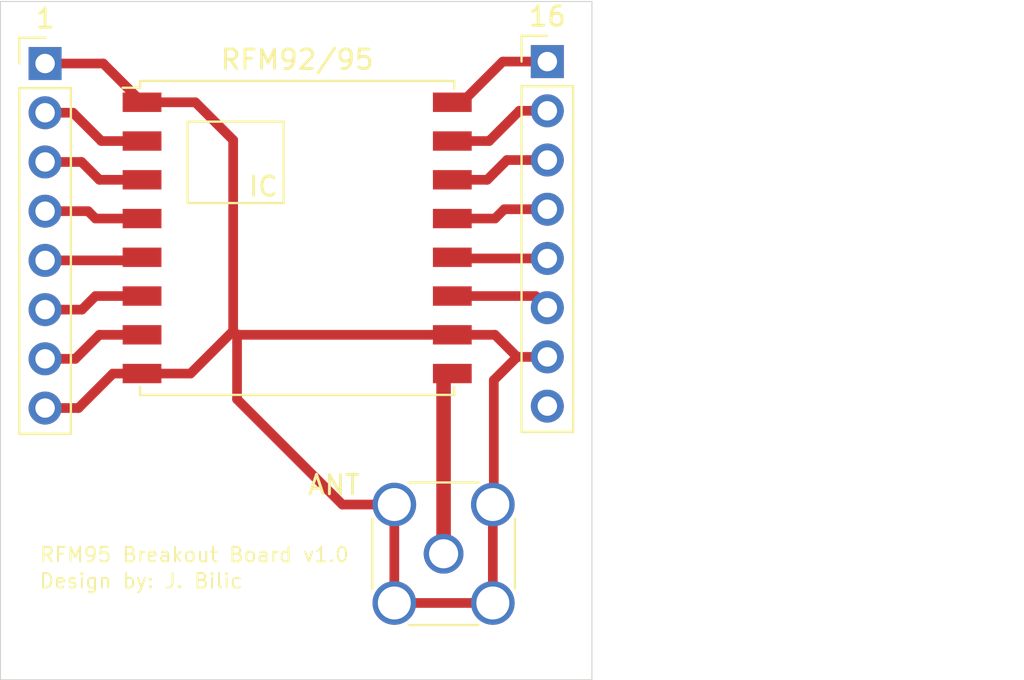
<source format=kicad_pcb>
(kicad_pcb (version 20171130) (host pcbnew "(5.1.6)-1")

  (general
    (thickness 1.6)
    (drawings 15)
    (tracks 62)
    (zones 0)
    (modules 4)
    (nets 1)
  )

  (page A4)
  (layers
    (0 F.Cu signal)
    (31 B.Cu signal)
    (32 B.Adhes user)
    (33 F.Adhes user)
    (34 B.Paste user)
    (35 F.Paste user)
    (36 B.SilkS user)
    (37 F.SilkS user)
    (38 B.Mask user)
    (39 F.Mask user)
    (40 Dwgs.User user)
    (41 Cmts.User user)
    (42 Eco1.User user)
    (43 Eco2.User user)
    (44 Edge.Cuts user)
    (45 Margin user)
    (46 B.CrtYd user)
    (47 F.CrtYd user)
    (48 B.Fab user)
    (49 F.Fab user)
  )

  (setup
    (last_trace_width 0.5)
    (user_trace_width 0.5)
    (trace_clearance 0.2)
    (zone_clearance 0.508)
    (zone_45_only no)
    (trace_min 0.2)
    (via_size 0.8)
    (via_drill 0.4)
    (via_min_size 0.4)
    (via_min_drill 0.3)
    (uvia_size 0.3)
    (uvia_drill 0.1)
    (uvias_allowed no)
    (uvia_min_size 0.2)
    (uvia_min_drill 0.1)
    (edge_width 0.05)
    (segment_width 0.2)
    (pcb_text_width 0.3)
    (pcb_text_size 1.5 1.5)
    (mod_edge_width 0.12)
    (mod_text_size 1 1)
    (mod_text_width 0.15)
    (pad_size 1.524 1.524)
    (pad_drill 0.762)
    (pad_to_mask_clearance 0.05)
    (aux_axis_origin 0 0)
    (visible_elements 7FFFFFFF)
    (pcbplotparams
      (layerselection 0x010fc_ffffffff)
      (usegerberextensions false)
      (usegerberattributes true)
      (usegerberadvancedattributes true)
      (creategerberjobfile true)
      (excludeedgelayer true)
      (linewidth 0.100000)
      (plotframeref false)
      (viasonmask false)
      (mode 1)
      (useauxorigin false)
      (hpglpennumber 1)
      (hpglpenspeed 20)
      (hpglpendiameter 15.000000)
      (psnegative false)
      (psa4output false)
      (plotreference true)
      (plotvalue true)
      (plotinvisibletext false)
      (padsonsilk false)
      (subtractmaskfromsilk false)
      (outputformat 1)
      (mirror false)
      (drillshape 0)
      (scaleselection 1)
      (outputdirectory ""))
  )

  (net 0 "")

  (net_class Default "This is the default net class."
    (clearance 0.2)
    (trace_width 0.25)
    (via_dia 0.8)
    (via_drill 0.4)
    (uvia_dia 0.3)
    (uvia_drill 0.1)
  )

  (module Connector_Coaxial:SMA_Amphenol_132134_Vertical (layer F.Cu) (tedit 5B2F4DB6) (tstamp 5F8333B0)
    (at 152.65 87)
    (descr https://www.amphenolrf.com/downloads/dl/file/id/2187/product/2843/132134_customer_drawing.pdf)
    (tags "SMA THT Female Jack Vertical ExtendedLegs")
    (fp_text reference ANT (at -5.65 -3.55) (layer F.SilkS)
      (effects (font (size 1 1) (thickness 0.15)))
    )
    (fp_text value ANT (at -5.65 -3.5) (layer F.Fab) hide
      (effects (font (size 1 1) (thickness 0.15)))
    )
    (fp_line (start -1.8 -3.68) (end 1.8 -3.68) (layer F.SilkS) (width 0.12))
    (fp_line (start -1.8 3.68) (end 1.8 3.68) (layer F.SilkS) (width 0.12))
    (fp_line (start 3.68 -1.8) (end 3.68 1.8) (layer F.SilkS) (width 0.12))
    (fp_line (start -3.68 -1.8) (end -3.68 1.8) (layer F.SilkS) (width 0.12))
    (fp_line (start 3.5 -3.5) (end 3.5 3.5) (layer F.Fab) (width 0.1))
    (fp_line (start -3.5 3.5) (end 3.5 3.5) (layer F.Fab) (width 0.1))
    (fp_line (start -3.5 -3.5) (end -3.5 3.5) (layer F.Fab) (width 0.1))
    (fp_line (start -3.5 -3.5) (end 3.5 -3.5) (layer F.Fab) (width 0.1))
    (fp_line (start -4.17 -4.17) (end 4.17 -4.17) (layer F.CrtYd) (width 0.05))
    (fp_line (start -4.17 -4.17) (end -4.17 4.17) (layer F.CrtYd) (width 0.05))
    (fp_line (start 4.17 4.17) (end 4.17 -4.17) (layer F.CrtYd) (width 0.05))
    (fp_line (start 4.17 4.17) (end -4.17 4.17) (layer F.CrtYd) (width 0.05))
    (fp_circle (center 0 0) (end 3.175 0) (layer F.Fab) (width 0.1))
    (pad 2 thru_hole circle (at -2.54 2.54) (size 2.25 2.25) (drill 1.7) (layers *.Cu *.Mask))
    (pad 2 thru_hole circle (at -2.54 -2.54) (size 2.25 2.25) (drill 1.7) (layers *.Cu *.Mask))
    (pad 2 thru_hole circle (at 2.54 -2.54) (size 2.25 2.25) (drill 1.7) (layers *.Cu *.Mask))
    (pad 2 thru_hole circle (at 2.54 2.54) (size 2.25 2.25) (drill 1.7) (layers *.Cu *.Mask))
    (pad 1 thru_hole circle (at 0 0) (size 2.05 2.05) (drill 1.5) (layers *.Cu *.Mask))
    (model ${KISYS3DMOD}/Connector_Coaxial.3dshapes/SMA_Amphenol_132134_Vertical.wrl
      (at (xyz 0 0 0))
      (scale (xyz 1 1 1))
      (rotate (xyz 0 0 0))
    )
  )

  (module Connector_PinHeader_2.54mm:PinHeader_1x08_P2.54mm_Vertical (layer F.Cu) (tedit 59FED5CC) (tstamp 5F828D66)
    (at 158 61.6)
    (descr "Through hole straight pin header, 1x08, 2.54mm pitch, single row")
    (tags "Through hole pin header THT 1x08 2.54mm single row")
    (fp_text reference 16 (at 0 -2.33) (layer F.SilkS)
      (effects (font (size 1 1) (thickness 0.15)))
    )
    (fp_text value PinHeader_1x08_P2.54mm_Vertical (at 27.5 21.6 unlocked) (layer F.Cu) hide
      (effects (font (size 1 1) (thickness 0.15)))
    )
    (fp_line (start -0.635 -1.27) (end 1.27 -1.27) (layer F.Fab) (width 0.1))
    (fp_line (start 1.27 -1.27) (end 1.27 19.05) (layer F.Fab) (width 0.1))
    (fp_line (start 1.27 19.05) (end -1.27 19.05) (layer F.Fab) (width 0.1))
    (fp_line (start -1.27 19.05) (end -1.27 -0.635) (layer F.Fab) (width 0.1))
    (fp_line (start -1.27 -0.635) (end -0.635 -1.27) (layer F.Fab) (width 0.1))
    (fp_line (start -1.33 19.11) (end 1.33 19.11) (layer F.SilkS) (width 0.12))
    (fp_line (start -1.33 1.27) (end -1.33 19.11) (layer F.SilkS) (width 0.12))
    (fp_line (start 1.33 1.27) (end 1.33 19.11) (layer F.SilkS) (width 0.12))
    (fp_line (start -1.33 1.27) (end 1.33 1.27) (layer F.SilkS) (width 0.12))
    (fp_line (start -1.33 0) (end -1.33 -1.33) (layer F.SilkS) (width 0.12))
    (fp_line (start -1.33 -1.33) (end 0 -1.33) (layer F.SilkS) (width 0.12))
    (fp_line (start -1.8 -1.8) (end -1.8 19.55) (layer F.CrtYd) (width 0.05))
    (fp_line (start -1.8 19.55) (end 1.8 19.55) (layer F.CrtYd) (width 0.05))
    (fp_line (start 1.8 19.55) (end 1.8 -1.8) (layer F.CrtYd) (width 0.05))
    (fp_line (start 1.8 -1.8) (end -1.8 -1.8) (layer F.CrtYd) (width 0.05))
    (fp_text user %R (at 0 8.89 90) (layer F.Fab)
      (effects (font (size 1 1) (thickness 0.15)))
    )
    (pad 8 thru_hole oval (at 0 17.78) (size 1.7 1.7) (drill 1) (layers *.Cu *.Mask))
    (pad 7 thru_hole oval (at 0 15.24) (size 1.7 1.7) (drill 1) (layers *.Cu *.Mask))
    (pad 6 thru_hole oval (at 0 12.7) (size 1.7 1.7) (drill 1) (layers *.Cu *.Mask))
    (pad 5 thru_hole oval (at 0 10.16) (size 1.7 1.7) (drill 1) (layers *.Cu *.Mask))
    (pad 4 thru_hole oval (at 0 7.62) (size 1.7 1.7) (drill 1) (layers *.Cu *.Mask))
    (pad 3 thru_hole oval (at 0 5.08) (size 1.7 1.7) (drill 1) (layers *.Cu *.Mask))
    (pad 2 thru_hole oval (at 0 2.54) (size 1.7 1.7) (drill 1) (layers *.Cu *.Mask))
    (pad 1 thru_hole rect (at 0 0) (size 1.7 1.7) (drill 1) (layers *.Cu *.Mask))
    (model ${KISYS3DMOD}/Connector_PinHeader_2.54mm.3dshapes/PinHeader_1x08_P2.54mm_Vertical.wrl
      (at (xyz 0 0 0))
      (scale (xyz 1 1 1))
      (rotate (xyz 0 0 0))
    )
  )

  (module Connector_PinHeader_2.54mm:PinHeader_1x08_P2.54mm_Vertical (layer F.Cu) (tedit 59FED5CC) (tstamp 5F828CDE)
    (at 132.1 61.7)
    (descr "Through hole straight pin header, 1x08, 2.54mm pitch, single row")
    (tags "Through hole pin header THT 1x08 2.54mm single row")
    (fp_text reference 1 (at 0 -2.33) (layer F.SilkS)
      (effects (font (size 1 1) (thickness 0.15)))
    )
    (fp_text value 2 (at 49.9 15) (layer F.Fab)
      (effects (font (size 1 1) (thickness 0.15)))
    )
    (fp_line (start -0.635 -1.27) (end 1.27 -1.27) (layer F.Fab) (width 0.1))
    (fp_line (start 1.27 -1.27) (end 1.27 19.05) (layer F.Fab) (width 0.1))
    (fp_line (start 1.27 19.05) (end -1.27 19.05) (layer F.Fab) (width 0.1))
    (fp_line (start -1.27 19.05) (end -1.27 -0.635) (layer F.Fab) (width 0.1))
    (fp_line (start -1.27 -0.635) (end -0.635 -1.27) (layer F.Fab) (width 0.1))
    (fp_line (start -1.33 19.11) (end 1.33 19.11) (layer F.SilkS) (width 0.12))
    (fp_line (start -1.33 1.27) (end -1.33 19.11) (layer F.SilkS) (width 0.12))
    (fp_line (start 1.33 1.27) (end 1.33 19.11) (layer F.SilkS) (width 0.12))
    (fp_line (start -1.33 1.27) (end 1.33 1.27) (layer F.SilkS) (width 0.12))
    (fp_line (start -1.33 0) (end -1.33 -1.33) (layer F.SilkS) (width 0.12))
    (fp_line (start -1.33 -1.33) (end 0 -1.33) (layer F.SilkS) (width 0.12))
    (fp_line (start -1.8 -1.8) (end -1.8 19.55) (layer F.CrtYd) (width 0.05))
    (fp_line (start -1.8 19.55) (end 1.8 19.55) (layer F.CrtYd) (width 0.05))
    (fp_line (start 1.8 19.55) (end 1.8 -1.8) (layer F.CrtYd) (width 0.05))
    (fp_line (start 1.8 -1.8) (end -1.8 -1.8) (layer F.CrtYd) (width 0.05))
    (fp_text user %R (at 0 8.89 90) (layer F.Fab)
      (effects (font (size 1 1) (thickness 0.15)))
    )
    (pad 8 thru_hole oval (at 0 17.78) (size 1.7 1.7) (drill 1) (layers *.Cu *.Mask))
    (pad 7 thru_hole oval (at 0 15.24) (size 1.7 1.7) (drill 1) (layers *.Cu *.Mask))
    (pad 6 thru_hole oval (at 0 12.7) (size 1.7 1.7) (drill 1) (layers *.Cu *.Mask))
    (pad 5 thru_hole oval (at 0 10.16) (size 1.7 1.7) (drill 1) (layers *.Cu *.Mask))
    (pad 4 thru_hole oval (at 0 7.62) (size 1.7 1.7) (drill 1) (layers *.Cu *.Mask))
    (pad 3 thru_hole oval (at 0 5.08) (size 1.7 1.7) (drill 1) (layers *.Cu *.Mask))
    (pad 2 thru_hole oval (at 0 2.54) (size 1.7 1.7) (drill 1) (layers *.Cu *.Mask))
    (pad 1 thru_hole rect (at 0 0) (size 1.7 1.7) (drill 1) (layers *.Cu *.Mask))
    (model ${KISYS3DMOD}/Connector_PinHeader_2.54mm.3dshapes/PinHeader_1x08_P2.54mm_Vertical.wrl
      (at (xyz 0 0 0))
      (scale (xyz 1 1 1))
      (rotate (xyz 0 0 0))
    )
  )

  (module RF_Module:HOPERF_RFM9XW_SMD (layer F.Cu) (tedit 5C227243) (tstamp 5F828938)
    (at 145.1 70.7)
    (descr "Low Power Long Range Transceiver Module SMD-16 (https://www.hoperf.com/data/upload/portal/20181127/5bfcbea20e9ef.pdf)")
    (tags "LoRa Low Power Long Range Transceiver Module")
    (attr smd)
    (fp_text reference RFM92/95 (at 0 -9.2) (layer F.SilkS)
      (effects (font (size 1 1) (thickness 0.15)))
    )
    (fp_text value HOPERF_RFM95 (at 4.6 -1.3 90) (layer F.Fab) hide
      (effects (font (size 1 1) (thickness 0.15)))
    )
    (fp_line (start -7 -8) (end 8 -8) (layer F.Fab) (width 0.1))
    (fp_line (start 8 8) (end 8 -8) (layer F.Fab) (width 0.1))
    (fp_line (start -8 8) (end 8 8) (layer F.Fab) (width 0.1))
    (fp_line (start -8 8) (end -8 -7) (layer F.Fab) (width 0.1))
    (fp_line (start -9.25 -8.25) (end 9.25 -8.25) (layer F.CrtYd) (width 0.05))
    (fp_line (start 9.25 -8.25) (end 9.25 8.25) (layer F.CrtYd) (width 0.05))
    (fp_line (start -9.25 8.25) (end 9.25 8.25) (layer F.CrtYd) (width 0.05))
    (fp_line (start -9.25 8.25) (end -9.25 -8.25) (layer F.CrtYd) (width 0.05))
    (fp_line (start -8.1 -8.1) (end 8.1 -8.1) (layer F.SilkS) (width 0.12))
    (fp_line (start 8.1 -8.1) (end 8.1 -7.7) (layer F.SilkS) (width 0.12))
    (fp_line (start -8.1 7.7) (end -8.1 8.1) (layer F.SilkS) (width 0.12))
    (fp_line (start -8.1 8.1) (end 8.1 8.1) (layer F.SilkS) (width 0.12))
    (fp_line (start 8.1 8.1) (end 8.1 7.7) (layer F.SilkS) (width 0.12))
    (fp_line (start -8.1 -8.1) (end -8.1 -7.75) (layer F.SilkS) (width 0.12))
    (fp_line (start -8.1 -7.75) (end -9 -7.75) (layer F.SilkS) (width 0.12))
    (fp_line (start -7 -8) (end -8 -7) (layer F.Fab) (width 0.1))
    (pad 16 smd rect (at 8 -7) (size 2 1) (layers F.Cu F.Paste F.Mask))
    (pad 15 smd rect (at 8 -5) (size 2 1) (layers F.Cu F.Paste F.Mask))
    (pad 14 smd rect (at 8 -3) (size 2 1) (layers F.Cu F.Paste F.Mask))
    (pad 13 smd rect (at 8 -1) (size 2 1) (layers F.Cu F.Paste F.Mask))
    (pad 12 smd rect (at 8 1) (size 2 1) (layers F.Cu F.Paste F.Mask))
    (pad 11 smd rect (at 8 3) (size 2 1) (layers F.Cu F.Paste F.Mask))
    (pad 10 smd rect (at 8 5) (size 2 1) (layers F.Cu F.Paste F.Mask))
    (pad 9 smd rect (at 8 7) (size 2 1) (layers F.Cu F.Paste F.Mask))
    (pad 8 smd rect (at -8 7) (size 2 1) (layers F.Cu F.Paste F.Mask))
    (pad 7 smd rect (at -8 5) (size 2 1) (layers F.Cu F.Paste F.Mask))
    (pad 6 smd rect (at -8 3) (size 2 1) (layers F.Cu F.Paste F.Mask))
    (pad 5 smd rect (at -8 1) (size 2 1) (layers F.Cu F.Paste F.Mask))
    (pad 4 smd rect (at -8 -1) (size 2 1) (layers F.Cu F.Paste F.Mask))
    (pad 3 smd rect (at -8 -3) (size 2 1) (layers F.Cu F.Paste F.Mask))
    (pad 2 smd rect (at -8 -5) (size 2 1) (layers F.Cu F.Paste F.Mask))
    (pad 1 smd rect (at -8 -7) (size 2 1) (layers F.Cu F.Paste F.Mask))
    (model ${KISYS3DMOD}/RF_Module.3dshapes/HOPERF_RFM9XW_SMD.wrl
      (at (xyz 0 0 0))
      (scale (xyz 1 1 1))
      (rotate (xyz 0 0 0))
    )
  )

  (gr_text "IC\n" (at 143.35 68.05) (layer F.SilkS)
    (effects (font (size 1 1) (thickness 0.15)))
  )
  (gr_line (start 139.45 64.7) (end 139.45 64.75) (layer F.SilkS) (width 0.12) (tstamp 5F833F34))
  (gr_line (start 144.4 64.7) (end 139.45 64.7) (layer F.SilkS) (width 0.12))
  (gr_line (start 144.4 68.9) (end 144.4 64.7) (layer F.SilkS) (width 0.12))
  (gr_line (start 139.45 68.9) (end 144.4 68.9) (layer F.SilkS) (width 0.12))
  (gr_line (start 139.45 64.75) (end 139.45 68.9) (layer F.SilkS) (width 0.12))
  (gr_text "Design by: J. Bilic\n" (at 137.05 88.4) (layer F.SilkS)
    (effects (font (size 0.75 0.75) (thickness 0.1)))
  )
  (gr_text "RFM95 Breakout Board v1.0\n" (at 139.8 87.05) (layer F.SilkS)
    (effects (font (size 0.75 0.75) (thickness 0.1)))
  )
  (gr_line (start 160.3 93.5) (end 160.3 82.3) (layer Edge.Cuts) (width 0.05) (tstamp 5F833595))
  (gr_line (start 129.8 93.5) (end 160.3 93.5) (layer Edge.Cuts) (width 0.05))
  (gr_line (start 129.8 82.3) (end 129.8 93.5) (layer Edge.Cuts) (width 0.05))
  (gr_line (start 129.8 58.5) (end 129.9 58.5) (layer Edge.Cuts) (width 0.05) (tstamp 5F828DFF))
  (gr_line (start 129.8 82.3) (end 129.8 58.5) (layer Edge.Cuts) (width 0.05))
  (gr_line (start 160.3 58.5) (end 160.3 82.3) (layer Edge.Cuts) (width 0.05))
  (gr_line (start 129.9 58.5) (end 160.3 58.5) (layer Edge.Cuts) (width 0.05))

  (segment (start 135.1 61.7) (end 137.1 63.7) (width 0.5) (layer F.Cu) (net 0))
  (segment (start 132.1 61.7) (end 135.1 61.7) (width 0.5) (layer F.Cu) (net 0))
  (segment (start 132.1 64.24) (end 133.54 64.24) (width 0.5) (layer F.Cu) (net 0))
  (segment (start 135 65.7) (end 137.1 65.7) (width 0.5) (layer F.Cu) (net 0))
  (segment (start 133.54 64.24) (end 135 65.7) (width 0.5) (layer F.Cu) (net 0))
  (segment (start 132.1 66.78) (end 133.98 66.78) (width 0.5) (layer F.Cu) (net 0))
  (segment (start 134.9 67.7) (end 137.1 67.7) (width 0.5) (layer F.Cu) (net 0))
  (segment (start 133.98 66.78) (end 134.9 67.7) (width 0.5) (layer F.Cu) (net 0))
  (segment (start 132.1 69.32) (end 134.32 69.32) (width 0.5) (layer F.Cu) (net 0))
  (segment (start 134.7 69.7) (end 137.1 69.7) (width 0.5) (layer F.Cu) (net 0))
  (segment (start 134.32 69.32) (end 134.7 69.7) (width 0.5) (layer F.Cu) (net 0))
  (segment (start 136.94 71.86) (end 137.1 71.7) (width 0.5) (layer F.Cu) (net 0))
  (segment (start 132.1 71.86) (end 136.94 71.86) (width 0.5) (layer F.Cu) (net 0))
  (segment (start 132.1 74.4) (end 134 74.4) (width 0.5) (layer F.Cu) (net 0))
  (segment (start 134 74.4) (end 134.7 73.7) (width 0.5) (layer F.Cu) (net 0))
  (segment (start 134.7 73.7) (end 137.1 73.7) (width 0.5) (layer F.Cu) (net 0))
  (segment (start 134.9 75.7) (end 137.1 75.7) (width 0.5) (layer F.Cu) (net 0))
  (segment (start 132.1 76.94) (end 133.66 76.94) (width 0.5) (layer F.Cu) (net 0))
  (segment (start 133.66 76.94) (end 134.9 75.7) (width 0.5) (layer F.Cu) (net 0))
  (segment (start 153.1 77.7) (end 153.4 77.7) (width 0.5) (layer F.Cu) (net 0))
  (segment (start 158 76.84) (end 156.44 76.84) (width 0.5) (layer F.Cu) (net 0))
  (segment (start 156.44 76.84) (end 155.3 75.7) (width 0.5) (layer F.Cu) (net 0))
  (segment (start 155.3 75.7) (end 153.1 75.7) (width 0.5) (layer F.Cu) (net 0))
  (segment (start 157.4 73.7) (end 158 74.3) (width 0.5) (layer F.Cu) (net 0))
  (segment (start 153.1 73.7) (end 157.4 73.7) (width 0.5) (layer F.Cu) (net 0))
  (segment (start 153.16 71.76) (end 153.1 71.7) (width 0.5) (layer F.Cu) (net 0))
  (segment (start 158 71.76) (end 153.16 71.76) (width 0.5) (layer F.Cu) (net 0))
  (segment (start 153.1 69.7) (end 155.3 69.7) (width 0.5) (layer F.Cu) (net 0))
  (segment (start 155.78 69.22) (end 158 69.22) (width 0.5) (layer F.Cu) (net 0))
  (segment (start 155.3 69.7) (end 155.78 69.22) (width 0.5) (layer F.Cu) (net 0))
  (segment (start 153.1 67.7) (end 154.9 67.7) (width 0.5) (layer F.Cu) (net 0))
  (segment (start 155.92 66.68) (end 158 66.68) (width 0.5) (layer F.Cu) (net 0))
  (segment (start 154.9 67.7) (end 155.92 66.68) (width 0.5) (layer F.Cu) (net 0))
  (segment (start 153.1 65.7) (end 155 65.7) (width 0.5) (layer F.Cu) (net 0))
  (segment (start 156.56 64.14) (end 158 64.14) (width 0.5) (layer F.Cu) (net 0))
  (segment (start 155 65.7) (end 156.56 64.14) (width 0.5) (layer F.Cu) (net 0))
  (segment (start 153.1 63.7) (end 153.6 63.7) (width 0.5) (layer F.Cu) (net 0))
  (segment (start 155.7 61.6) (end 158 61.6) (width 0.5) (layer F.Cu) (net 0))
  (segment (start 153.6 63.7) (end 155.7 61.6) (width 0.5) (layer F.Cu) (net 0))
  (segment (start 132.1 79.48) (end 133.82 79.48) (width 0.5) (layer F.Cu) (net 0))
  (segment (start 133.82 79.48) (end 135.6 77.7) (width 0.5) (layer F.Cu) (net 0))
  (segment (start 135.6 77.7) (end 137.1 77.7) (width 0.5) (layer F.Cu) (net 0))
  (segment (start 137.2 77.8) (end 137.1 77.7) (width 0.5) (layer F.Cu) (net 0))
  (segment (start 139.85 63.7) (end 137.1 63.7) (width 0.5) (layer F.Cu) (net 0))
  (segment (start 141.8 75.5) (end 141.8 65.65) (width 0.5) (layer F.Cu) (net 0))
  (segment (start 137.1 77.7) (end 139.6 77.7) (width 0.5) (layer F.Cu) (net 0))
  (segment (start 141.8 65.65) (end 139.85 63.7) (width 0.5) (layer F.Cu) (net 0))
  (segment (start 139.6 77.7) (end 141.8 75.5) (width 0.5) (layer F.Cu) (net 0))
  (segment (start 142 75.7) (end 141.8 75.5) (width 0.5) (layer F.Cu) (net 0))
  (segment (start 153.1 75.7) (end 142 75.7) (width 0.5) (layer F.Cu) (net 0))
  (segment (start 142 75.7) (end 142 79.03) (width 0.5) (layer F.Cu) (net 0))
  (segment (start 155.24 78.04) (end 156.44 76.84) (width 0.5) (layer F.Cu) (net 0))
  (segment (start 152.7 78.1) (end 153.1 77.7) (width 0.25) (layer F.Cu) (net 0))
  (segment (start 155.24 84.41) (end 155.19 84.46) (width 0.5) (layer F.Cu) (net 0))
  (segment (start 155.24 78.04) (end 155.24 84.41) (width 0.5) (layer F.Cu) (net 0))
  (segment (start 155.19 84.46) (end 155.19 89.54) (width 0.5) (layer F.Cu) (net 0))
  (segment (start 155.19 89.54) (end 150.11 89.54) (width 0.5) (layer F.Cu) (net 0))
  (segment (start 150.11 89.54) (end 150.11 83.61) (width 0.5) (layer F.Cu) (net 0))
  (segment (start 147.43 84.46) (end 142 79.03) (width 0.5) (layer F.Cu) (net 0))
  (segment (start 150.11 84.46) (end 147.43 84.46) (width 0.5) (layer F.Cu) (net 0))
  (segment (start 152.65 78.15) (end 153.1 77.7) (width 0.5) (layer F.Cu) (net 0))
  (segment (start 152.65 87) (end 152.65 78.15) (width 0.75) (layer F.Cu) (net 0))

)

</source>
